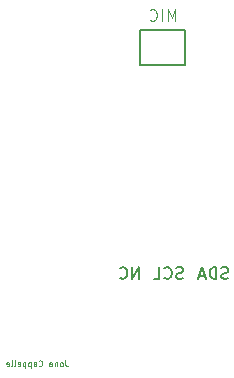
<source format=gbo>
G04 #@! TF.GenerationSoftware,KiCad,Pcbnew,(5.1.6)-1*
G04 #@! TF.CreationDate,2021-02-22T13:26:00+01:00*
G04 #@! TF.ProjectId,SoundModulev2,536f756e-644d-46f6-9475-6c6576322e6b,rev?*
G04 #@! TF.SameCoordinates,Original*
G04 #@! TF.FileFunction,Legend,Bot*
G04 #@! TF.FilePolarity,Positive*
%FSLAX46Y46*%
G04 Gerber Fmt 4.6, Leading zero omitted, Abs format (unit mm)*
G04 Created by KiCad (PCBNEW (5.1.6)-1) date 2021-02-22 13:26:00*
%MOMM*%
%LPD*%
G01*
G04 APERTURE LIST*
%ADD10C,0.125000*%
%ADD11C,0.150000*%
G04 APERTURE END LIST*
D10*
X113485786Y-104480870D02*
X113485786Y-104838013D01*
X113509596Y-104909441D01*
X113557215Y-104957060D01*
X113628643Y-104980870D01*
X113676262Y-104980870D01*
X113176262Y-104980870D02*
X113223881Y-104957060D01*
X113247691Y-104933251D01*
X113271500Y-104885632D01*
X113271500Y-104742775D01*
X113247691Y-104695156D01*
X113223881Y-104671346D01*
X113176262Y-104647537D01*
X113104834Y-104647537D01*
X113057215Y-104671346D01*
X113033405Y-104695156D01*
X113009596Y-104742775D01*
X113009596Y-104885632D01*
X113033405Y-104933251D01*
X113057215Y-104957060D01*
X113104834Y-104980870D01*
X113176262Y-104980870D01*
X112795310Y-104647537D02*
X112795310Y-104980870D01*
X112795310Y-104695156D02*
X112771500Y-104671346D01*
X112723881Y-104647537D01*
X112652453Y-104647537D01*
X112604834Y-104671346D01*
X112581024Y-104718965D01*
X112581024Y-104980870D01*
X112128643Y-104980870D02*
X112128643Y-104718965D01*
X112152453Y-104671346D01*
X112200072Y-104647537D01*
X112295310Y-104647537D01*
X112342929Y-104671346D01*
X112128643Y-104957060D02*
X112176262Y-104980870D01*
X112295310Y-104980870D01*
X112342929Y-104957060D01*
X112366739Y-104909441D01*
X112366739Y-104861822D01*
X112342929Y-104814203D01*
X112295310Y-104790394D01*
X112176262Y-104790394D01*
X112128643Y-104766584D01*
X111223881Y-104933251D02*
X111247691Y-104957060D01*
X111319120Y-104980870D01*
X111366739Y-104980870D01*
X111438167Y-104957060D01*
X111485786Y-104909441D01*
X111509596Y-104861822D01*
X111533405Y-104766584D01*
X111533405Y-104695156D01*
X111509596Y-104599918D01*
X111485786Y-104552299D01*
X111438167Y-104504680D01*
X111366739Y-104480870D01*
X111319120Y-104480870D01*
X111247691Y-104504680D01*
X111223881Y-104528489D01*
X110795310Y-104980870D02*
X110795310Y-104718965D01*
X110819120Y-104671346D01*
X110866739Y-104647537D01*
X110961977Y-104647537D01*
X111009596Y-104671346D01*
X110795310Y-104957060D02*
X110842929Y-104980870D01*
X110961977Y-104980870D01*
X111009596Y-104957060D01*
X111033405Y-104909441D01*
X111033405Y-104861822D01*
X111009596Y-104814203D01*
X110961977Y-104790394D01*
X110842929Y-104790394D01*
X110795310Y-104766584D01*
X110557215Y-104647537D02*
X110557215Y-105147537D01*
X110557215Y-104671346D02*
X110509596Y-104647537D01*
X110414358Y-104647537D01*
X110366739Y-104671346D01*
X110342929Y-104695156D01*
X110319120Y-104742775D01*
X110319120Y-104885632D01*
X110342929Y-104933251D01*
X110366739Y-104957060D01*
X110414358Y-104980870D01*
X110509596Y-104980870D01*
X110557215Y-104957060D01*
X110104834Y-104647537D02*
X110104834Y-105147537D01*
X110104834Y-104671346D02*
X110057215Y-104647537D01*
X109961977Y-104647537D01*
X109914358Y-104671346D01*
X109890548Y-104695156D01*
X109866739Y-104742775D01*
X109866739Y-104885632D01*
X109890548Y-104933251D01*
X109914358Y-104957060D01*
X109961977Y-104980870D01*
X110057215Y-104980870D01*
X110104834Y-104957060D01*
X109461977Y-104957060D02*
X109509596Y-104980870D01*
X109604834Y-104980870D01*
X109652453Y-104957060D01*
X109676262Y-104909441D01*
X109676262Y-104718965D01*
X109652453Y-104671346D01*
X109604834Y-104647537D01*
X109509596Y-104647537D01*
X109461977Y-104671346D01*
X109438167Y-104718965D01*
X109438167Y-104766584D01*
X109676262Y-104814203D01*
X109152453Y-104980870D02*
X109200072Y-104957060D01*
X109223881Y-104909441D01*
X109223881Y-104480870D01*
X108890548Y-104980870D02*
X108938167Y-104957060D01*
X108961977Y-104909441D01*
X108961977Y-104480870D01*
X108509596Y-104957060D02*
X108557215Y-104980870D01*
X108652453Y-104980870D01*
X108700072Y-104957060D01*
X108723881Y-104909441D01*
X108723881Y-104718965D01*
X108700072Y-104671346D01*
X108652453Y-104647537D01*
X108557215Y-104647537D01*
X108509596Y-104671346D01*
X108485786Y-104718965D01*
X108485786Y-104766584D01*
X108723881Y-104814203D01*
D11*
X119728834Y-97587060D02*
X119728834Y-96587060D01*
X119157405Y-97587060D01*
X119157405Y-96587060D01*
X118109786Y-97491822D02*
X118157405Y-97539441D01*
X118300262Y-97587060D01*
X118395500Y-97587060D01*
X118538358Y-97539441D01*
X118633596Y-97444203D01*
X118681215Y-97348965D01*
X118728834Y-97158489D01*
X118728834Y-97015632D01*
X118681215Y-96825156D01*
X118633596Y-96729918D01*
X118538358Y-96634680D01*
X118395500Y-96587060D01*
X118300262Y-96587060D01*
X118157405Y-96634680D01*
X118109786Y-96682299D01*
X123435596Y-97539441D02*
X123292739Y-97587060D01*
X123054643Y-97587060D01*
X122959405Y-97539441D01*
X122911786Y-97491822D01*
X122864167Y-97396584D01*
X122864167Y-97301346D01*
X122911786Y-97206108D01*
X122959405Y-97158489D01*
X123054643Y-97110870D01*
X123245120Y-97063251D01*
X123340358Y-97015632D01*
X123387977Y-96968013D01*
X123435596Y-96872775D01*
X123435596Y-96777537D01*
X123387977Y-96682299D01*
X123340358Y-96634680D01*
X123245120Y-96587060D01*
X123007024Y-96587060D01*
X122864167Y-96634680D01*
X121864167Y-97491822D02*
X121911786Y-97539441D01*
X122054643Y-97587060D01*
X122149881Y-97587060D01*
X122292739Y-97539441D01*
X122387977Y-97444203D01*
X122435596Y-97348965D01*
X122483215Y-97158489D01*
X122483215Y-97015632D01*
X122435596Y-96825156D01*
X122387977Y-96729918D01*
X122292739Y-96634680D01*
X122149881Y-96587060D01*
X122054643Y-96587060D01*
X121911786Y-96634680D01*
X121864167Y-96682299D01*
X120959405Y-97587060D02*
X121435596Y-97587060D01*
X121435596Y-96587060D01*
X127269405Y-97539441D02*
X127126548Y-97587060D01*
X126888453Y-97587060D01*
X126793215Y-97539441D01*
X126745596Y-97491822D01*
X126697977Y-97396584D01*
X126697977Y-97301346D01*
X126745596Y-97206108D01*
X126793215Y-97158489D01*
X126888453Y-97110870D01*
X127078929Y-97063251D01*
X127174167Y-97015632D01*
X127221786Y-96968013D01*
X127269405Y-96872775D01*
X127269405Y-96777537D01*
X127221786Y-96682299D01*
X127174167Y-96634680D01*
X127078929Y-96587060D01*
X126840834Y-96587060D01*
X126697977Y-96634680D01*
X126269405Y-97587060D02*
X126269405Y-96587060D01*
X126031310Y-96587060D01*
X125888453Y-96634680D01*
X125793215Y-96729918D01*
X125745596Y-96825156D01*
X125697977Y-97015632D01*
X125697977Y-97158489D01*
X125745596Y-97348965D01*
X125793215Y-97444203D01*
X125888453Y-97539441D01*
X126031310Y-97587060D01*
X126269405Y-97587060D01*
X125317024Y-97301346D02*
X124840834Y-97301346D01*
X125412262Y-97587060D02*
X125078929Y-96587060D01*
X124745596Y-97587060D01*
X123580620Y-79433680D02*
X119820620Y-79433680D01*
X119820620Y-79433680D02*
X119820620Y-76483680D01*
X119820620Y-76483680D02*
X123580620Y-76483680D01*
X123580620Y-76483680D02*
X123580620Y-79433680D01*
D10*
X122808548Y-75743060D02*
X122808548Y-74743060D01*
X122475215Y-75457346D01*
X122141881Y-74743060D01*
X122141881Y-75743060D01*
X121665691Y-75743060D02*
X121665691Y-74743060D01*
X120618072Y-75647822D02*
X120665691Y-75695441D01*
X120808548Y-75743060D01*
X120903786Y-75743060D01*
X121046643Y-75695441D01*
X121141881Y-75600203D01*
X121189500Y-75504965D01*
X121237120Y-75314489D01*
X121237120Y-75171632D01*
X121189500Y-74981156D01*
X121141881Y-74885918D01*
X121046643Y-74790680D01*
X120903786Y-74743060D01*
X120808548Y-74743060D01*
X120665691Y-74790680D01*
X120618072Y-74838299D01*
M02*

</source>
